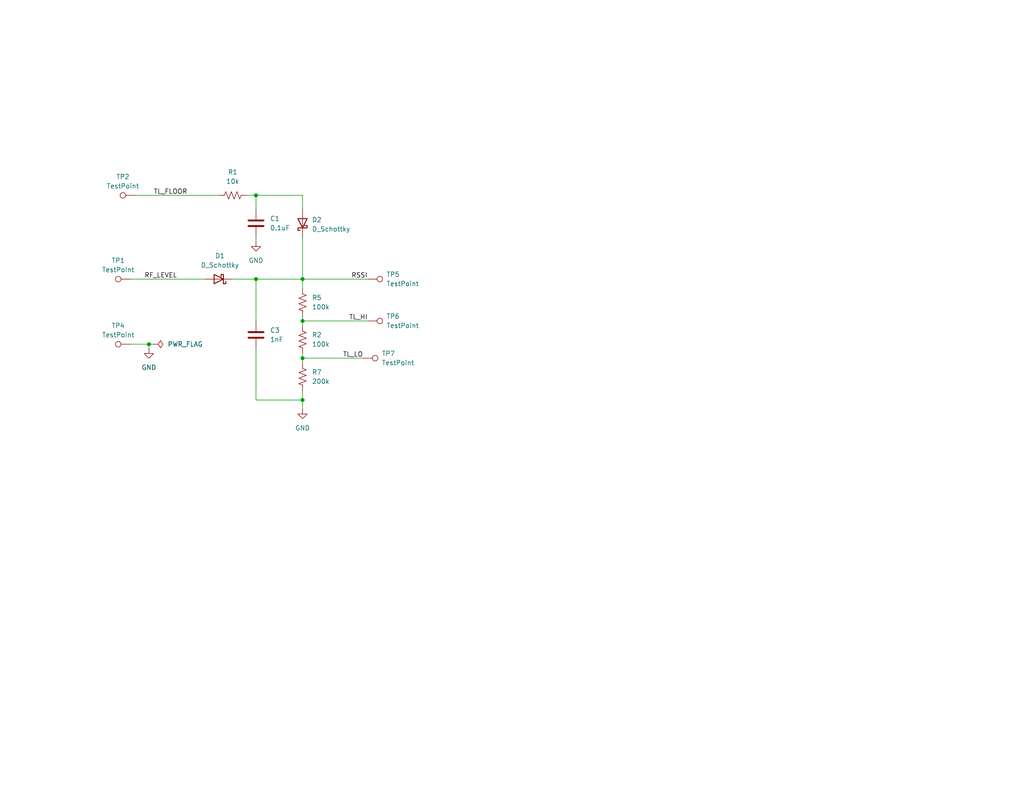
<source format=kicad_sch>
(kicad_sch (version 20231120) (generator "eeschema") (generator_version "8.0")
  (paper "A")
  (title_block (date "2024-08-02") (rev "C"))
  (lib_symbols
    (symbol "Connector:TestPoint" (pin_numbers hide) (pin_names (offset 0.762) hide)
      (property "Reference" "TP" (at 0 6.858 0))
      (property "Value" "TestPoint" (at 0 5.08 0))
      (symbol "TestPoint_0_1"
        (circle (center 0 3.302) (radius 0.762))
      )
      (symbol "TestPoint_1_1"
        (pin passive line (at 0 0 90) (length 2.54) (name "1") (number "1"))
      )
    )
    (symbol "Device:C" (pin_numbers hide) (pin_names (offset 0.254))
      (property "Reference" "C" (at 0.635 2.54 0))
      (property "Value" "C" (at 0.635 -2.54 0))
      (symbol "C_0_1"
        (polyline (pts (xy -2.032 -0.762) (xy 2.032 -0.762)) (stroke (width 0.508)))
        (polyline (pts (xy -2.032 0.762) (xy 2.032 0.762)) (stroke (width 0.508)))
      )
      (symbol "C_1_1"
        (pin passive line (at 0 3.81 270) (length 2.794) (name "~") (number "1"))
        (pin passive line (at 0 -3.81 90) (length 2.794) (name "~") (number "2"))
      )
    )
    (symbol "Device:D_Schottky" (pin_numbers hide) (pin_names (offset 1.016) hide)
      (property "Reference" "D" (at 0 2.54 0))
      (property "Value" "D_Schottky" (at 0 -2.54 0))
      (symbol "D_Schottky_0_1"
        (polyline (pts (xy 1.27 0) (xy -1.27 0)))
        (polyline (pts (xy 1.27 1.27) (xy 1.27 -1.27) (xy -1.27 0) (xy 1.27 1.27)) (stroke (width 0.254)))
        (polyline (pts (xy -1.905 0.635) (xy -1.905 1.27) (xy -1.27 1.27) (xy -1.27 -1.27) (xy -0.635 -1.27) (xy -0.635 -0.635)) (stroke (width 0.254)))
      )
      (symbol "D_Schottky_1_1"
        (pin passive line (at -3.81 0 0) (length 2.54) (name "K") (number "1"))
        (pin passive line (at 3.81 0 180) (length 2.54) (name "A") (number "2"))
      )
    )
    (symbol "Device:R_US" (pin_numbers hide) (pin_names (offset 0))
      (property "Reference" "R" (at 2.54 0 90))
      (property "Value" "R_US" (at -2.54 0 90))
      (symbol "R_US_0_1"
        (polyline (pts (xy 0 -2.286) (xy 0 -2.54)))
        (polyline (pts (xy 0 2.286) (xy 0 2.54)))
        (polyline (pts (xy 0 -0.762) (xy 1.016 -1.143) (xy 0 -1.524) (xy -1.016 -1.905) (xy 0 -2.286)))
        (polyline (pts (xy 0 0.762) (xy 1.016 0.381) (xy 0 0) (xy -1.016 -0.381) (xy 0 -0.762)))
        (polyline (pts (xy 0 2.286) (xy 1.016 1.905) (xy 0 1.524) (xy -1.016 1.143) (xy 0 0.762)))
      )
      (symbol "R_US_1_1"
        (pin passive line (at 0 3.81 270) (length 1.27) (name "~") (number "1"))
        (pin passive line (at 0 -3.81 90) (length 1.27) (name "~") (number "2"))
      )
    )
    (symbol "power:GND" (power) (pin_numbers hide) (pin_names (offset 0) hide)
      (property "Value" "GND" (at 0 -3.81 0))
      (symbol "GND_0_1"
        (polyline (pts (xy 0 0) (xy 0 -1.27) (xy 1.27 -1.27) (xy 0 -2.54) (xy -1.27 -1.27) (xy 0 -1.27)))
      )
      (symbol "GND_1_1"
        (pin power_in line (at 0 0 270) (length 0) (name "~") (number "1"))
      )
    )
    (symbol "power:PWR_FLAG" (power) (pin_numbers hide) (pin_names (offset 0) hide)
      (property "Value" "PWR_FLAG" (at 0 3.81 0))
      (symbol "PWR_FLAG_0_0"
        (pin power_out line (at 0 0 90) (length 0) (name "~") (number "1"))
      )
      (symbol "PWR_FLAG_0_1"
        (polyline (pts (xy 0 0) (xy 0 1.27) (xy -1.016 1.905) (xy 0 2.54) (xy 1.016 1.905) (xy 0 1.27)))
      )
    )
  )
  (junction (at 69.85 53.34))
  (junction (at 82.55 109.22))
  (junction (at 82.55 87.63))
  (junction (at 40.64 93.98))
  (junction (at 69.85 76.2))
  (junction (at 82.55 76.2))
  (junction (at 82.55 97.79))
  (wire (pts (xy 82.55 97.79) (xy 82.55 99.06)))
  (wire (pts (xy 82.55 53.34) (xy 82.55 57.15)))
  (wire (pts (xy 82.55 87.63) (xy 82.55 88.9)))
  (wire (pts (xy 69.85 53.34) (xy 82.55 53.34)))
  (wire (pts (xy 82.55 64.77) (xy 82.55 76.2)))
  (wire (pts (xy 82.55 96.52) (xy 82.55 97.79)))
  (wire (pts (xy 82.55 87.63) (xy 100.33 87.63)))
  (wire (pts (xy 82.55 106.68) (xy 82.55 109.22)))
  (wire (pts (xy 69.85 64.77) (xy 69.85 66.04)))
  (wire (pts (xy 82.55 97.79) (xy 99.06 97.79)))
  (wire (pts (xy 69.85 76.2) (xy 82.55 76.2)))
  (wire (pts (xy 40.64 95.25) (xy 40.64 93.98)))
  (wire (pts (xy 69.85 53.34) (xy 69.85 57.15)))
  (wire (pts (xy 82.55 109.22) (xy 69.85 109.22)))
  (wire (pts (xy 69.85 76.2) (xy 69.85 87.63)))
  (wire (pts (xy 82.55 76.2) (xy 82.55 78.74)))
  (wire (pts (xy 82.55 76.2) (xy 100.33 76.2)))
  (wire (pts (xy 40.64 93.98) (xy 41.91 93.98)))
  (wire (pts (xy 63.5 76.2) (xy 69.85 76.2)))
  (wire (pts (xy 36.83 53.34) (xy 59.69 53.34)))
  (wire (pts (xy 67.31 53.34) (xy 69.85 53.34)))
  (wire (pts (xy 35.56 76.2) (xy 55.88 76.2)))
  (wire (pts (xy 69.85 109.22) (xy 69.85 95.25)))
  (wire (pts (xy 40.64 93.98) (xy 35.56 93.98)))
  (wire (pts (xy 82.55 109.22) (xy 82.55 111.76)))
  (wire (pts (xy 82.55 86.36) (xy 82.55 87.63)))
  (label "RF_LEVEL" (at 39.37 76.2 0))
  (label "TL_HI" (at 100.33 87.63 180))
  (label "TL_FLOOR" (at 41.91 53.34 0))
  (label "TL_LO" (at 99.06 97.79 180))
  (label "RSSI" (at 100.33 76.2 180))
  (symbol (lib_id "Connector:TestPoint") (at 35.56 93.98 90) (unit 1)
    (property "Reference" "TP4" (at 32.258 88.9 90))
    (property "Value" "TestPoint" (at 32.258 91.44 90))
    (property "Footprint" "TestPoint:TestPoint_Pad_1.0x1.0mm" (effects (hide yes)))
    (property "Description" "test point" (effects (hide yes)))
  )
  (symbol (lib_id "Device:C") (at 69.85 60.96 0) (unit 1)
    (property "Reference" "C1" (at 73.66 59.6899 0) (effects (justify left)))
    (property "Value" "0.1uF" (at 73.66 62.2299 0) (effects (justify left)))
    (property "Footprint" "Capacitor_SMD:C_0603_1608Metric" (effects (hide yes)))
    (property "Description" "Unpolarized capacitor" (effects (hide yes)))
  )
  (symbol (lib_id "Connector:TestPoint") (at 35.56 76.2 90) (unit 1)
    (property "Reference" "TP1" (at 32.258 71.12 90))
    (property "Value" "TestPoint" (at 32.258 73.66 90))
    (property "Footprint" "TestPoint:TestPoint_Pad_1.0x1.0mm" (effects (hide yes)))
    (property "Description" "test point" (effects (hide yes)))
  )
  (symbol (lib_id "power:PWR_FLAG") (at 41.91 93.98 270) (unit 1)
    (property "Reference" "#FLG02" (effects (hide yes)))
    (property "Value" "PWR_FLAG" (at 45.72 93.9799 90) (effects (justify left)))
    (property "Description" "Special symbol for telling ERC where power comes from" (effects (hide yes)))
  )
  (symbol (lib_id "power:GND") (at 40.64 95.25 0) (unit 1)
    (property "Reference" "#PWR08" (effects (hide yes)))
    (property "Value" "GND" (at 40.64 100.33 0))
    (property "Description" "Power symbol creates a global label with name \"GND\" , ground" (effects (hide yes)))
  )
  (symbol (lib_id "Device:C") (at 69.85 91.44 0) (unit 1)
    (property "Reference" "C3" (at 73.66 90.1699 0) (effects (justify left)))
    (property "Value" "1nF" (at 73.66 92.7099 0) (effects (justify left)))
    (property "Footprint" "Capacitor_SMD:C_0603_1608Metric" (effects (hide yes)))
    (property "Description" "Unpolarized capacitor" (effects (hide yes)))
  )
  (symbol (lib_id "Device:D_Schottky") (at 82.55 60.96 90) (unit 1)
    (property "Reference" "D2" (at 85.09 60.0074 90) (effects (justify right)))
    (property "Value" "D_Schottky" (at 85.09 62.5474 90) (effects (justify right)))
    (property "Footprint" "Custom_Diode:D_0402_1005Metric" (effects (hide yes)))
    (property "Description" "Schottky diode" (effects (hide yes)))
  )
  (symbol (lib_id "Connector:TestPoint") (at 100.33 87.63 270) (unit 1)
    (property "Reference" "TP6" (at 105.41 86.3599 90) (effects (justify left)))
    (property "Value" "TestPoint" (at 105.41 88.8999 90) (effects (justify left)))
    (property "Footprint" "TestPoint:TestPoint_Pad_1.0x1.0mm" (effects (hide yes)))
    (property "Description" "test point" (effects (hide yes)))
  )
  (symbol (lib_id "Connector:TestPoint") (at 99.06 97.79 270) (unit 1)
    (property "Reference" "TP7" (at 104.14 96.5199 90) (effects (justify left)))
    (property "Value" "TestPoint" (at 104.14 99.0599 90) (effects (justify left)))
    (property "Footprint" "TestPoint:TestPoint_Pad_1.0x1.0mm" (effects (hide yes)))
    (property "Description" "test point" (effects (hide yes)))
  )
  (symbol (lib_id "Connector:TestPoint") (at 36.83 53.34 90) (unit 1)
    (property "Reference" "TP2" (at 33.528 48.26 90))
    (property "Value" "TestPoint" (at 33.528 50.8 90))
    (property "Footprint" "TestPoint:TestPoint_Pad_1.0x1.0mm" (effects (hide yes)))
    (property "Description" "test point" (effects (hide yes)))
  )
  (symbol (lib_id "power:GND") (at 69.85 66.04 0) (unit 1)
    (property "Reference" "#PWR01" (effects (hide yes)))
    (property "Value" "GND" (at 69.85 71.12 0))
    (property "Description" "Power symbol creates a global label with name \"GND\" , ground" (effects (hide yes)))
  )
  (symbol (lib_id "Device:R_US") (at 82.55 92.71 180) (unit 1)
    (property "Reference" "R2" (at 85.09 91.4399 0) (effects (justify right)))
    (property "Value" "100k" (at 85.09 93.9799 0) (effects (justify right)))
    (property "Footprint" "Resistor_SMD:R_0603_1608Metric" (effects (hide yes)))
    (property "Description" "Resistor, US symbol" (effects (hide yes)))
  )
  (symbol (lib_id "Device:D_Schottky") (at 59.69 76.2 180) (unit 1)
    (property "Reference" "D1" (at 60.0075 69.85 0))
    (property "Value" "D_Schottky" (at 60.0075 72.39 0))
    (property "Footprint" "Custom_Diode:D_0402_1005Metric" (effects (hide yes)))
    (property "Description" "Schottky diode" (effects (hide yes)))
  )
  (symbol (lib_id "Connector:TestPoint") (at 100.33 76.2 270) (unit 1)
    (property "Reference" "TP5" (at 105.41 74.9299 90) (effects (justify left)))
    (property "Value" "TestPoint" (at 105.41 77.4699 90) (effects (justify left)))
    (property "Footprint" "TestPoint:TestPoint_Pad_1.0x1.0mm" (effects (hide yes)))
    (property "Description" "test point" (effects (hide yes)))
  )
  (symbol (lib_id "Device:R_US") (at 63.5 53.34 270) (unit 1)
    (property "Reference" "R1" (at 63.5 46.99 90))
    (property "Value" "10k" (at 63.5 49.53 90))
    (property "Footprint" "Resistor_SMD:R_0603_1608Metric" (effects (hide yes)))
    (property "Description" "Resistor, US symbol" (effects (hide yes)))
  )
  (symbol (lib_id "Device:R_US") (at 82.55 102.87 180) (unit 1)
    (property "Reference" "R7" (at 85.09 101.5999 0) (effects (justify right)))
    (property "Value" "200k" (at 85.09 104.1399 0) (effects (justify right)))
    (property "Footprint" "Resistor_SMD:R_0603_1608Metric" (effects (hide yes)))
    (property "Description" "Resistor, US symbol" (effects (hide yes)))
  )
  (symbol (lib_id "power:GND") (at 82.55 111.76 0) (unit 1)
    (property "Reference" "#PWR02" (effects (hide yes)))
    (property "Value" "GND" (at 82.55 116.84 0))
    (property "Description" "Power symbol creates a global label with name \"GND\" , ground" (effects (hide yes)))
  )
  (symbol (lib_id "Device:R_US") (at 82.55 82.55 180) (unit 1)
    (property "Reference" "R5" (at 85.09 81.2799 0) (effects (justify right)))
    (property "Value" "100k" (at 85.09 83.8199 0) (effects (justify right)))
    (property "Footprint" "Resistor_SMD:R_0603_1608Metric" (effects (hide yes)))
    (property "Description" "Resistor, US symbol" (effects (hide yes)))
  )
)
</source>
